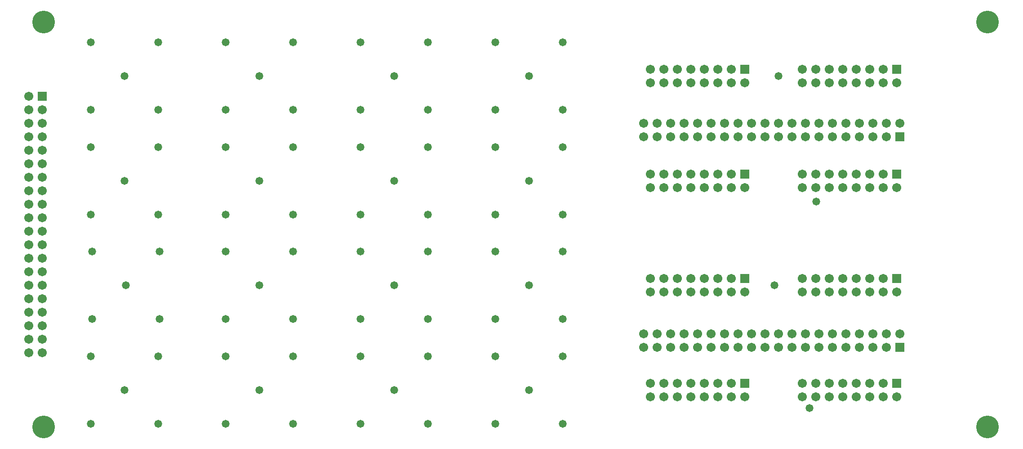
<source format=gts>
%FSLAX24Y24*%
%MOIN*%
G70*
G01*
G75*
%ADD10C,0.0080*%
%ADD11C,0.0200*%
%ADD12C,0.0120*%
%ADD13C,0.0100*%
%ADD14C,0.1600*%
%ADD15C,0.0500*%
%ADD16R,0.0591X0.0591*%
%ADD17C,0.0591*%
%ADD18C,0.0079*%
%ADD19C,0.0070*%
%ADD20C,0.0150*%
%ADD21C,0.1680*%
%ADD22C,0.0580*%
%ADD23R,0.0671X0.0671*%
%ADD24C,0.0671*%
D21*
X22500Y32500D02*
D03*
X92500D02*
D03*
Y62500D02*
D03*
X22500D02*
D03*
D22*
X38500Y35250D02*
D03*
X41000Y32750D02*
D03*
X36000D02*
D03*
Y37750D02*
D03*
X41000D02*
D03*
X51000D02*
D03*
X46000D02*
D03*
Y32750D02*
D03*
X51000D02*
D03*
X48500Y35250D02*
D03*
X58500D02*
D03*
X61000Y32750D02*
D03*
X56000D02*
D03*
Y37750D02*
D03*
X61000D02*
D03*
X38500Y43000D02*
D03*
X41000Y40500D02*
D03*
X36000D02*
D03*
Y45500D02*
D03*
X41000D02*
D03*
X51000D02*
D03*
X46000D02*
D03*
Y40500D02*
D03*
X51000D02*
D03*
X48500Y43000D02*
D03*
X58500D02*
D03*
X61000Y40500D02*
D03*
X56000D02*
D03*
Y45500D02*
D03*
X61000D02*
D03*
X31000Y61000D02*
D03*
X26000D02*
D03*
Y56000D02*
D03*
X31000D02*
D03*
X28500Y58500D02*
D03*
X38500D02*
D03*
X41000Y56000D02*
D03*
X36000D02*
D03*
Y61000D02*
D03*
X41000D02*
D03*
X51000D02*
D03*
X46000D02*
D03*
Y56000D02*
D03*
X51000D02*
D03*
X48500Y58500D02*
D03*
X58500D02*
D03*
X61000Y56000D02*
D03*
X56000D02*
D03*
Y61000D02*
D03*
X61000D02*
D03*
X38500Y50750D02*
D03*
X41000Y48250D02*
D03*
X36000D02*
D03*
Y53250D02*
D03*
X41000D02*
D03*
X51000D02*
D03*
X46000D02*
D03*
Y48250D02*
D03*
X51000D02*
D03*
X48500Y50750D02*
D03*
X58500D02*
D03*
X61000Y48250D02*
D03*
X56000D02*
D03*
Y53250D02*
D03*
X61000D02*
D03*
X31000D02*
D03*
X26000D02*
D03*
Y48250D02*
D03*
X31000D02*
D03*
X28500Y50750D02*
D03*
X31100Y45500D02*
D03*
X26100D02*
D03*
Y40500D02*
D03*
X31100D02*
D03*
X28600Y43000D02*
D03*
X31000Y37750D02*
D03*
X26000D02*
D03*
Y32750D02*
D03*
X31000D02*
D03*
X28500Y35250D02*
D03*
X77000Y58500D02*
D03*
X79800Y49200D02*
D03*
X76700Y43000D02*
D03*
X79300Y33900D02*
D03*
D23*
X22400Y57000D02*
D03*
X74500Y59000D02*
D03*
X85750D02*
D03*
X74500Y51250D02*
D03*
X85750D02*
D03*
X86000Y54000D02*
D03*
Y38400D02*
D03*
X74500Y43500D02*
D03*
X85750D02*
D03*
Y35750D02*
D03*
X74500D02*
D03*
D24*
X21400Y57000D02*
D03*
X22400Y56000D02*
D03*
X21400D02*
D03*
X22400Y55000D02*
D03*
X21400D02*
D03*
X22400Y54000D02*
D03*
X21400D02*
D03*
X22400Y53000D02*
D03*
X21400D02*
D03*
X22400Y52000D02*
D03*
X21400D02*
D03*
X22400Y51000D02*
D03*
X21400D02*
D03*
X22400Y50000D02*
D03*
X21400D02*
D03*
X22400Y49000D02*
D03*
X21400D02*
D03*
X22400Y48000D02*
D03*
X21400D02*
D03*
X22400Y47000D02*
D03*
X21400D02*
D03*
X22400Y46000D02*
D03*
X21400D02*
D03*
X22400Y45000D02*
D03*
X21400D02*
D03*
X22400Y44000D02*
D03*
X21400D02*
D03*
X22400Y43000D02*
D03*
X21400D02*
D03*
X22400Y42000D02*
D03*
X21400D02*
D03*
X22400Y41000D02*
D03*
X21400D02*
D03*
X22400Y40000D02*
D03*
X21400D02*
D03*
X22400Y39000D02*
D03*
X21400D02*
D03*
X22400Y38000D02*
D03*
X21400D02*
D03*
X67500Y59000D02*
D03*
X74500Y58000D02*
D03*
X73500Y59000D02*
D03*
Y58000D02*
D03*
X72500Y59000D02*
D03*
Y58000D02*
D03*
X71500Y59000D02*
D03*
Y58000D02*
D03*
X70500Y59000D02*
D03*
Y58000D02*
D03*
X69500Y59000D02*
D03*
Y58000D02*
D03*
X68500Y59000D02*
D03*
Y58000D02*
D03*
X67500D02*
D03*
X78750D02*
D03*
Y59000D02*
D03*
X79750Y58000D02*
D03*
Y59000D02*
D03*
X80750Y58000D02*
D03*
Y59000D02*
D03*
X81750Y58000D02*
D03*
Y59000D02*
D03*
X82750Y58000D02*
D03*
Y59000D02*
D03*
X83750Y58000D02*
D03*
Y59000D02*
D03*
X84750Y58000D02*
D03*
Y59000D02*
D03*
X85750Y58000D02*
D03*
X74500Y50250D02*
D03*
X73500Y51250D02*
D03*
Y50250D02*
D03*
X72500Y51250D02*
D03*
Y50250D02*
D03*
X71500Y51250D02*
D03*
Y50250D02*
D03*
X70500Y51250D02*
D03*
Y50250D02*
D03*
X69500Y51250D02*
D03*
Y50250D02*
D03*
X68500Y51250D02*
D03*
Y50250D02*
D03*
X67500Y51250D02*
D03*
Y50250D02*
D03*
X85750D02*
D03*
X84750Y51250D02*
D03*
Y50250D02*
D03*
X83750Y51250D02*
D03*
Y50250D02*
D03*
X82750Y51250D02*
D03*
Y50250D02*
D03*
X81750Y51250D02*
D03*
Y50250D02*
D03*
X80750Y51250D02*
D03*
Y50250D02*
D03*
X79750Y51250D02*
D03*
Y50250D02*
D03*
X78750Y51250D02*
D03*
Y50250D02*
D03*
X86000Y55000D02*
D03*
X85000Y54000D02*
D03*
Y55000D02*
D03*
X84000Y54000D02*
D03*
Y55000D02*
D03*
X83000Y54000D02*
D03*
Y55000D02*
D03*
X82000Y54000D02*
D03*
Y55000D02*
D03*
X81000Y54000D02*
D03*
Y55000D02*
D03*
X80000Y54000D02*
D03*
Y55000D02*
D03*
X79000Y54000D02*
D03*
Y55000D02*
D03*
X78000Y54000D02*
D03*
Y55000D02*
D03*
X77000Y54000D02*
D03*
Y55000D02*
D03*
X76000Y54000D02*
D03*
Y55000D02*
D03*
X75000Y54000D02*
D03*
Y55000D02*
D03*
X74000Y54000D02*
D03*
Y55000D02*
D03*
X73000Y54000D02*
D03*
Y55000D02*
D03*
X72000Y54000D02*
D03*
Y55000D02*
D03*
X71000Y54000D02*
D03*
Y55000D02*
D03*
X70000Y54000D02*
D03*
Y55000D02*
D03*
X69000Y54000D02*
D03*
Y55000D02*
D03*
X68000Y54000D02*
D03*
Y55000D02*
D03*
X67000Y54000D02*
D03*
Y55000D02*
D03*
X86000Y39400D02*
D03*
X85000Y38400D02*
D03*
Y39400D02*
D03*
X84000Y38400D02*
D03*
Y39400D02*
D03*
X83000Y38400D02*
D03*
Y39400D02*
D03*
X82000Y38400D02*
D03*
Y39400D02*
D03*
X81000Y38400D02*
D03*
Y39400D02*
D03*
X80000Y38400D02*
D03*
Y39400D02*
D03*
X79000Y38400D02*
D03*
Y39400D02*
D03*
X78000Y38400D02*
D03*
Y39400D02*
D03*
X77000Y38400D02*
D03*
Y39400D02*
D03*
X76000Y38400D02*
D03*
Y39400D02*
D03*
X75000Y38400D02*
D03*
Y39400D02*
D03*
X74000Y38400D02*
D03*
Y39400D02*
D03*
X73000Y38400D02*
D03*
Y39400D02*
D03*
X72000Y38400D02*
D03*
Y39400D02*
D03*
X71000Y38400D02*
D03*
Y39400D02*
D03*
X70000Y38400D02*
D03*
Y39400D02*
D03*
X69000Y38400D02*
D03*
Y39400D02*
D03*
X68000Y38400D02*
D03*
Y39400D02*
D03*
X67000Y38400D02*
D03*
Y39400D02*
D03*
X74500Y42500D02*
D03*
X73500Y43500D02*
D03*
Y42500D02*
D03*
X72500Y43500D02*
D03*
Y42500D02*
D03*
X71500Y43500D02*
D03*
Y42500D02*
D03*
X70500Y43500D02*
D03*
Y42500D02*
D03*
X69500Y43500D02*
D03*
Y42500D02*
D03*
X68500Y43500D02*
D03*
Y42500D02*
D03*
X67500Y43500D02*
D03*
Y42500D02*
D03*
X85750D02*
D03*
X84750Y43500D02*
D03*
Y42500D02*
D03*
X83750Y43500D02*
D03*
Y42500D02*
D03*
X82750Y43500D02*
D03*
Y42500D02*
D03*
X81750Y43500D02*
D03*
Y42500D02*
D03*
X80750Y43500D02*
D03*
Y42500D02*
D03*
X79750Y43500D02*
D03*
Y42500D02*
D03*
X78750Y43500D02*
D03*
Y42500D02*
D03*
X85750Y34750D02*
D03*
X84750Y35750D02*
D03*
Y34750D02*
D03*
X83750Y35750D02*
D03*
Y34750D02*
D03*
X82750Y35750D02*
D03*
Y34750D02*
D03*
X81750Y35750D02*
D03*
Y34750D02*
D03*
X80750Y35750D02*
D03*
Y34750D02*
D03*
X79750Y35750D02*
D03*
Y34750D02*
D03*
X78750Y35750D02*
D03*
Y34750D02*
D03*
X74500D02*
D03*
X73500Y35750D02*
D03*
Y34750D02*
D03*
X72500Y35750D02*
D03*
Y34750D02*
D03*
X71500Y35750D02*
D03*
Y34750D02*
D03*
X70500Y35750D02*
D03*
Y34750D02*
D03*
X69500Y35750D02*
D03*
Y34750D02*
D03*
X68500Y35750D02*
D03*
Y34750D02*
D03*
X67500Y35750D02*
D03*
Y34750D02*
D03*
M02*

</source>
